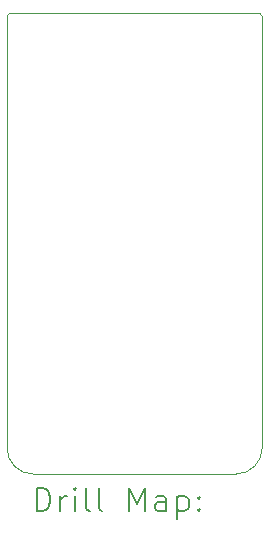
<source format=gbr>
%TF.GenerationSoftware,KiCad,Pcbnew,(6.0.7)*%
%TF.CreationDate,2022-10-21T23:48:19+08:00*%
%TF.ProjectId,pcb_rear,7063625f-7265-4617-922e-6b696361645f,rev?*%
%TF.SameCoordinates,Original*%
%TF.FileFunction,Drillmap*%
%TF.FilePolarity,Positive*%
%FSLAX45Y45*%
G04 Gerber Fmt 4.5, Leading zero omitted, Abs format (unit mm)*
G04 Created by KiCad (PCBNEW (6.0.7)) date 2022-10-21 23:48:19*
%MOMM*%
%LPD*%
G01*
G04 APERTURE LIST*
%ADD10C,0.100000*%
%ADD11C,0.200000*%
G04 APERTURE END LIST*
D10*
X1080000Y880000D02*
X1080000Y-2780000D01*
X-1060000Y900000D02*
G75*
G03*
X-1080000Y880000I0J-20000D01*
G01*
X860000Y-3000000D02*
G75*
G03*
X1080000Y-2780000I0J220000D01*
G01*
X860000Y-3000000D02*
X-860000Y-3000000D01*
X-1080000Y-2780000D02*
X-1080000Y880000D01*
X1080000Y880000D02*
G75*
G03*
X1060000Y900000I-20000J0D01*
G01*
X-1080000Y-2780000D02*
G75*
G03*
X-860000Y-3000000I220000J0D01*
G01*
X-1060000Y900000D02*
X1060000Y900000D01*
D11*
X-827381Y-3315476D02*
X-827381Y-3115476D01*
X-779762Y-3115476D01*
X-751190Y-3125000D01*
X-732143Y-3144048D01*
X-722619Y-3163095D01*
X-713095Y-3201190D01*
X-713095Y-3229762D01*
X-722619Y-3267857D01*
X-732143Y-3286905D01*
X-751190Y-3305952D01*
X-779762Y-3315476D01*
X-827381Y-3315476D01*
X-627381Y-3315476D02*
X-627381Y-3182143D01*
X-627381Y-3220238D02*
X-617857Y-3201190D01*
X-608333Y-3191667D01*
X-589286Y-3182143D01*
X-570238Y-3182143D01*
X-503571Y-3315476D02*
X-503571Y-3182143D01*
X-503571Y-3115476D02*
X-513095Y-3125000D01*
X-503571Y-3134524D01*
X-494048Y-3125000D01*
X-503571Y-3115476D01*
X-503571Y-3134524D01*
X-379762Y-3315476D02*
X-398809Y-3305952D01*
X-408333Y-3286905D01*
X-408333Y-3115476D01*
X-275000Y-3315476D02*
X-294048Y-3305952D01*
X-303571Y-3286905D01*
X-303571Y-3115476D01*
X-46428Y-3315476D02*
X-46428Y-3115476D01*
X20238Y-3258333D01*
X86905Y-3115476D01*
X86905Y-3315476D01*
X267857Y-3315476D02*
X267857Y-3210714D01*
X258333Y-3191667D01*
X239286Y-3182143D01*
X201190Y-3182143D01*
X182143Y-3191667D01*
X267857Y-3305952D02*
X248809Y-3315476D01*
X201190Y-3315476D01*
X182143Y-3305952D01*
X172619Y-3286905D01*
X172619Y-3267857D01*
X182143Y-3248809D01*
X201190Y-3239286D01*
X248809Y-3239286D01*
X267857Y-3229762D01*
X363095Y-3182143D02*
X363095Y-3382143D01*
X363095Y-3191667D02*
X382143Y-3182143D01*
X420238Y-3182143D01*
X439286Y-3191667D01*
X448809Y-3201190D01*
X458333Y-3220238D01*
X458333Y-3277381D01*
X448809Y-3296428D01*
X439286Y-3305952D01*
X420238Y-3315476D01*
X382143Y-3315476D01*
X363095Y-3305952D01*
X544048Y-3296428D02*
X553571Y-3305952D01*
X544048Y-3315476D01*
X534524Y-3305952D01*
X544048Y-3296428D01*
X544048Y-3315476D01*
X544048Y-3191667D02*
X553571Y-3201190D01*
X544048Y-3210714D01*
X534524Y-3201190D01*
X544048Y-3191667D01*
X544048Y-3210714D01*
M02*

</source>
